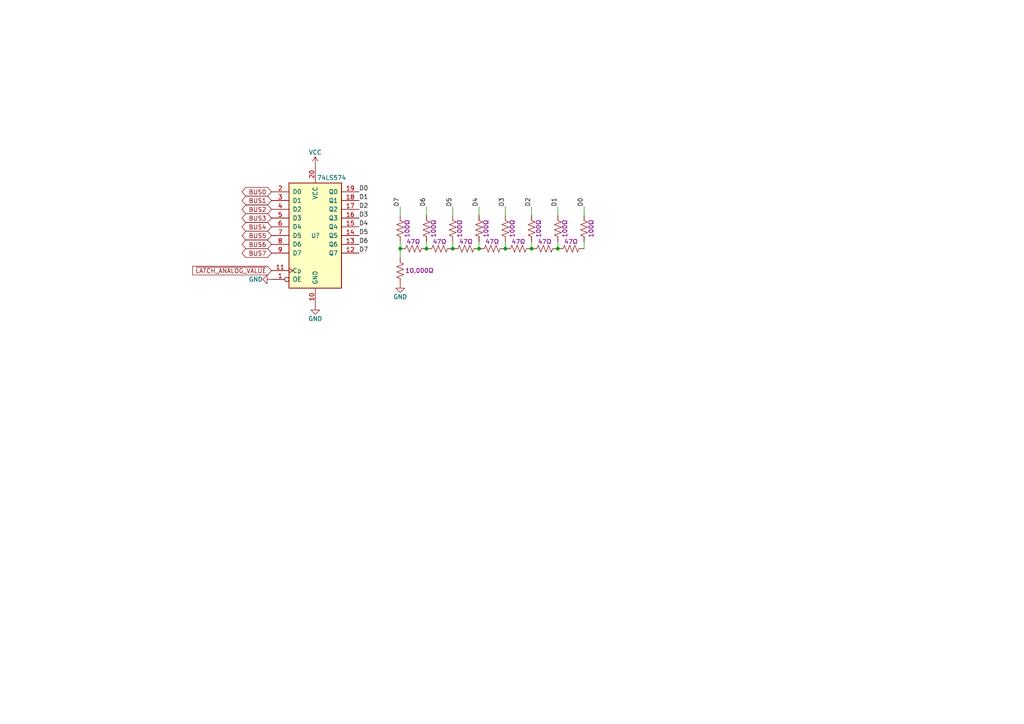
<source format=kicad_sch>
(kicad_sch (version 20211123) (generator eeschema)
  (paper "A4")
  (lib_symbols
    (symbol "74xx:74LS574" (pin_names (offset 1.016))
      (property "Reference" "U" (at -7.62 16.51 0))
      (property "Value" "74LS574" (at -7.62 -16.51 0))
      (symbol "74LS574_1_0"
        (pin input inverted (at -12.7 -12.7 0) (length 5.08) (name "OE") (number "1"))
        (pin power_in line (at 0 -20.32 90) (length 5.08) (name "GND") (number "10"))
        (pin input clock (at -12.7 -10.16 0) (length 5.08) (name "Cp") (number "11"))
        (pin tri_state line (at 12.7 -5.08 180) (length 5.08) (name "Q7") (number "12"))
        (pin tri_state line (at 12.7 -2.54 180) (length 5.08) (name "Q6") (number "13"))
        (pin tri_state line (at 12.7 0 180) (length 5.08) (name "Q5") (number "14"))
        (pin tri_state line (at 12.7 2.54 180) (length 5.08) (name "Q4") (number "15"))
        (pin tri_state line (at 12.7 5.08 180) (length 5.08) (name "Q3") (number "16"))
        (pin tri_state line (at 12.7 7.62 180) (length 5.08) (name "Q2") (number "17"))
        (pin tri_state line (at 12.7 10.16 180) (length 5.08) (name "Q1") (number "18"))
        (pin tri_state line (at 12.7 12.7 180) (length 5.08) (name "Q0") (number "19"))
        (pin input line (at -12.7 12.7 0) (length 5.08) (name "D0") (number "2"))
        (pin power_in line (at 0 20.32 270) (length 5.08) (name "VCC") (number "20"))
        (pin input line (at -12.7 10.16 0) (length 5.08) (name "D1") (number "3"))
        (pin input line (at -12.7 7.62 0) (length 5.08) (name "D2") (number "4"))
        (pin input line (at -12.7 5.08 0) (length 5.08) (name "D3") (number "5"))
        (pin input line (at -12.7 2.54 0) (length 5.08) (name "D4") (number "6"))
        (pin input line (at -12.7 0 0) (length 5.08) (name "D5") (number "7"))
        (pin input line (at -12.7 -2.54 0) (length 5.08) (name "D6") (number "8"))
        (pin input line (at -12.7 -5.08 0) (length 5.08) (name "D7") (number "9"))
      )
      (symbol "74LS574_1_1"
        (rectangle (start -7.62 15.24) (end 7.62 -15.24) (stroke (width 0.254)) (fill (type background)))
      )
    )
    (symbol "Device:R_US" (pin_numbers hide) (pin_names (offset 0))
      (property "Reference" "R" (at 2.54 0 90))
      (property "Value" "R_US" (at -2.54 0 90))
      (symbol "R_US_0_1"
        (polyline (pts (xy 0 -2.286) (xy 0 -2.54)))
        (polyline (pts (xy 0 2.286) (xy 0 2.54)))
        (polyline (pts (xy 0 -0.762) (xy 1.016 -1.143) (xy 0 -1.524) (xy -1.016 -1.905) (xy 0 -2.286)))
        (polyline (pts (xy 0 0.762) (xy 1.016 0.381) (xy 0 0) (xy -1.016 -0.381) (xy 0 -0.762)))
        (polyline (pts (xy 0 2.286) (xy 1.016 1.905) (xy 0 1.524) (xy -1.016 1.143) (xy 0 0.762)))
      )
      (symbol "R_US_1_1"
        (pin passive line (at 0 3.81 270) (length 1.27) (name "~") (number "1"))
        (pin passive line (at 0 -3.81 90) (length 1.27) (name "~") (number "2"))
      )
    )
    (symbol "power:GND" (power) (pin_names (offset 0))
      (property "Value" "GND" (at 0 -3.81 0))
      (symbol "GND_0_1"
        (polyline (pts (xy 0 0) (xy 0 -1.27) (xy 1.27 -1.27) (xy 0 -2.54) (xy -1.27 -1.27) (xy 0 -1.27)))
      )
      (symbol "GND_1_1"
        (pin power_in line (at 0 0 270) (length 0) hide (name "GND") (number "1"))
      )
    )
    (symbol "power:VCC" (power) (pin_names (offset 0))
      (property "Value" "VCC" (at 0 3.81 0))
      (symbol "VCC_0_1"
        (polyline (pts (xy -0.762 1.27) (xy 0 2.54)))
        (polyline (pts (xy 0 0) (xy 0 2.54)))
        (polyline (pts (xy 0 2.54) (xy 0.762 1.27)))
      )
      (symbol "VCC_1_1"
        (pin power_in line (at 0 0 90) (length 0) hide (name "VCC") (number "1"))
      )
    )
  )
  (junction (at 138.938 72.136))
  (junction (at 154.178 72.136))
  (junction (at 123.698 72.136))
  (junction (at 131.318 72.136))
  (junction (at 146.558 72.136))
  (junction (at 161.798 72.136))
  (junction (at 116.078 72.136))
  (wire (pts (xy 169.418 59.944) (xy 169.418 62.484)))
  (wire (pts (xy 116.078 59.944) (xy 116.078 62.484)))
  (wire (pts (xy 123.698 70.104) (xy 123.698 72.136)))
  (wire (pts (xy 161.798 59.944) (xy 161.798 62.484)))
  (wire (pts (xy 131.318 59.944) (xy 131.318 62.484)))
  (wire (pts (xy 123.698 59.944) (xy 123.698 62.484)))
  (wire (pts (xy 154.178 59.944) (xy 154.178 62.484)))
  (wire (pts (xy 116.078 72.136) (xy 116.078 74.676)))
  (wire (pts (xy 161.798 70.104) (xy 161.798 72.136)))
  (wire (pts (xy 131.318 70.104) (xy 131.318 72.136)))
  (wire (pts (xy 138.938 70.104) (xy 138.938 72.136)))
  (wire (pts (xy 146.558 59.944) (xy 146.558 62.484)))
  (wire (pts (xy 169.418 70.104) (xy 169.418 72.136)))
  (wire (pts (xy 116.078 70.104) (xy 116.078 72.136)))
  (wire (pts (xy 138.938 59.944) (xy 138.938 62.484)))
  (wire (pts (xy 146.558 70.104) (xy 146.558 72.136)))
  (wire (pts (xy 154.178 70.104) (xy 154.178 72.136)))
  (label "D0" (at 169.418 59.944 90))
  (label "D6" (at 104.14 70.866 0))
  (label "D2" (at 154.178 59.944 90))
  (label "D5" (at 104.14 68.326 0))
  (label "D7" (at 116.078 59.944 90))
  (label "D1" (at 161.798 59.944 90))
  (label "D0" (at 104.14 55.626 0))
  (label "D4" (at 138.938 59.944 90))
  (label "D2" (at 104.14 60.706 0))
  (label "D6" (at 123.698 59.944 90))
  (label "D7" (at 104.14 73.406 0))
  (label "D5" (at 131.318 59.944 90))
  (label "D3" (at 104.14 63.246 0))
  (label "D3" (at 146.558 59.944 90))
  (label "D1" (at 104.14 58.166 0))
  (label "D4" (at 104.14 65.786 0))
  (global_label "BUS4" (shape tri_state) (at 78.74 65.786 180) (property "Intersheet References" "${INTERSHEET_REFS}" (effects hide)))
  (global_label "BUS5" (shape tri_state) (at 78.74 68.326 180) (property "Intersheet References" "${INTERSHEET_REFS}" (effects hide)))
  (global_label "BUS0" (shape tri_state) (at 78.74 55.626 180) (property "Intersheet References" "${INTERSHEET_REFS}" (effects hide)))
  (global_label "~{LATCH_ANALOG_VALUE}" (shape input) (at 78.74 78.486 180) (property "Intersheet References" "${INTERSHEET_REFS}" (effects hide)))
  (global_label "BUS7" (shape tri_state) (at 78.74 73.406 180) (property "Intersheet References" "${INTERSHEET_REFS}" (effects hide)))
  (global_label "BUS3" (shape tri_state) (at 78.74 63.246 180) (property "Intersheet References" "${INTERSHEET_REFS}" (effects hide)))
  (global_label "BUS1" (shape tri_state) (at 78.74 58.166 180) (property "Intersheet References" "${INTERSHEET_REFS}" (effects hide)))
  (global_label "BUS6" (shape tri_state) (at 78.74 70.866 180) (property "Intersheet References" "${INTERSHEET_REFS}" (effects hide)))
  (global_label "BUS2" (shape tri_state) (at 78.74 60.706 180) (property "Intersheet References" "${INTERSHEET_REFS}" (effects hide)))
  (symbol (lib_id "power:GND") (at 78.74 81.026 270) (unit 1)
    (property "Reference" "#PWR?" (effects hide))
    (property "Value" "GND" (at 74.168 81.026 90))
  )
  (symbol (lib_id "Device:R_US") (at 154.178 66.294 0) (unit 1)
    (property "Reference" "R?" (effects hide))
    (property "Value" "R_US" (effects hide))
    (property "Footprint" "Resistor_SMD:R_0805_2012Metric" (effects hide))
    (property "Field4" "100Ω" (at 156.21 66.294 90))
  )
  (symbol (lib_id "Device:R_US") (at 116.078 78.486 0) (unit 1)
    (property "Reference" "R?" (effects hide))
    (property "Value" "R_US" (effects hide))
    (property "Footprint" "Resistor_SMD:R_0805_2012Metric" (effects hide))
    (property "Field4" "10,000Ω" (at 121.666 78.486 0))
  )
  (symbol (lib_id "Device:R_US") (at 116.078 66.294 0) (unit 1)
    (property "Reference" "R?" (effects hide))
    (property "Value" "R_US" (effects hide))
    (property "Footprint" "Resistor_SMD:R_0805_2012Metric" (effects hide))
    (property "Field4" "100Ω" (at 118.11 66.294 90))
  )
  (symbol (lib_id "Device:R_US") (at 150.368 72.136 90) (unit 1)
    (property "Reference" "R?" (effects hide))
    (property "Value" "R_US" (effects hide))
    (property "Footprint" "Resistor_SMD:R_0805_2012Metric" (effects hide))
    (property "Field4" "47Ω" (at 150.368 70.104 90))
  )
  (symbol (lib_id "Device:R_US") (at 142.748 72.136 90) (unit 1)
    (property "Reference" "R?" (effects hide))
    (property "Value" "R_US" (effects hide))
    (property "Footprint" "Resistor_SMD:R_0805_2012Metric" (effects hide))
    (property "Field4" "47Ω" (at 142.748 70.104 90))
  )
  (symbol (lib_id "74xx:74LS574") (at 91.44 68.326 0) (unit 1)
    (property "Reference" "U?" (at 90.17 68.326 0) (effects (justify left)))
    (property "Value" "74LS574" (at 91.948 51.562 0) (effects (justify left)))
    (property "Footprint" "Package_SO:SOIC-20W_7.5x12.8mm_P1.27mm" (effects hide))
    (property "Datasheet" "http://www.ti.com/lit/gpn/sn74LS574" (effects hide))
  )
  (symbol (lib_id "Device:R_US") (at 135.128 72.136 90) (unit 1)
    (property "Reference" "R?" (effects hide))
    (property "Value" "R_US" (effects hide))
    (property "Footprint" "Resistor_SMD:R_0805_2012Metric" (effects hide))
    (property "Field4" "47Ω" (at 135.128 70.104 90))
  )
  (symbol (lib_id "Device:R_US") (at 138.938 66.294 0) (unit 1)
    (property "Reference" "R?" (effects hide))
    (property "Value" "R_US" (effects hide))
    (property "Footprint" "Resistor_SMD:R_0805_2012Metric" (effects hide))
    (property "Field4" "100Ω" (at 140.97 66.294 90))
  )
  (symbol (lib_id "power:GND") (at 91.44 88.646 0) (unit 1)
    (property "Reference" "#PWR?" (effects hide))
    (property "Value" "GND" (at 91.44 92.456 0))
  )
  (symbol (lib_id "Device:R_US") (at 169.418 66.294 0) (unit 1)
    (property "Reference" "R?" (effects hide))
    (property "Value" "R_US" (effects hide))
    (property "Footprint" "Resistor_SMD:R_0805_2012Metric" (effects hide))
    (property "Field4" "100Ω" (at 171.45 66.294 90))
  )
  (symbol (lib_id "Device:R_US") (at 119.888 72.136 90) (unit 1)
    (property "Reference" "R?" (effects hide))
    (property "Value" "R_US" (effects hide))
    (property "Footprint" "Resistor_SMD:R_0805_2012Metric" (effects hide))
    (property "Field4" "47Ω" (at 119.888 70.104 90))
  )
  (symbol (lib_id "Device:R_US") (at 127.508 72.136 90) (unit 1)
    (property "Reference" "R?" (effects hide))
    (property "Value" "R_US" (effects hide))
    (property "Footprint" "Resistor_SMD:R_0805_2012Metric" (effects hide))
    (property "Field4" "47Ω" (at 127.508 70.104 90))
  )
  (symbol (lib_id "power:GND") (at 116.078 82.296 0) (unit 1)
    (property "Reference" "#PWR?" (effects hide))
    (property "Value" "GND" (at 116.078 86.106 0))
  )
  (symbol (lib_id "Device:R_US") (at 157.988 72.136 90) (unit 1)
    (property "Reference" "R?" (effects hide))
    (property "Value" "R_US" (effects hide))
    (property "Footprint" "Resistor_SMD:R_0805_2012Metric" (effects hide))
    (property "Field4" "47Ω" (at 157.988 70.104 90))
  )
  (symbol (lib_id "power:VCC") (at 91.44 48.006 0) (unit 1)
    (property "Reference" "#PWR?" (effects hide))
    (property "Value" "VCC" (at 91.44 44.196 0))
  )
  (symbol (lib_id "Device:R_US") (at 131.318 66.294 0) (unit 1)
    (property "Reference" "R?" (effects hide))
    (property "Value" "R_US" (effects hide))
    (property "Footprint" "Resistor_SMD:R_0805_2012Metric" (effects hide))
    (property "Field4" "100Ω" (at 133.35 66.294 90))
  )
  (symbol (lib_id "Device:R_US") (at 165.608 72.136 90) (unit 1)
    (property "Reference" "R?" (effects hide))
    (property "Value" "R_US" (effects hide))
    (property "Footprint" "Resistor_SMD:R_0805_2012Metric" (effects hide))
    (property "Field4" "47Ω" (at 165.608 70.104 90))
  )
  (symbol (lib_id "Device:R_US") (at 123.698 66.294 0) (unit 1)
    (property "Reference" "R?" (effects hide))
    (property "Value" "R_US" (effects hide))
    (property "Footprint" "Resistor_SMD:R_0805_2012Metric" (effects hide))
    (property "Field4" "100Ω" (at 125.73 66.294 90))
  )
  (symbol (lib_id "Device:R_US") (at 146.558 66.294 0) (unit 1)
    (property "Reference" "R?" (effects hide))
    (property "Value" "R_US" (effects hide))
    (property "Footprint" "Resistor_SMD:R_0805_2012Metric" (effects hide))
    (property "Field4" "100Ω" (at 148.59 66.294 90))
  )
  (symbol (lib_id "Device:R_US") (at 161.798 66.294 0) (unit 1)
    (property "Reference" "R?" (effects hide))
    (property "Value" "R_US" (effects hide))
    (property "Footprint" "Resistor_SMD:R_0805_2012Metric" (effects hide))
    (property "Field4" "100Ω" (at 163.83 66.294 90))
  )
)
</source>
